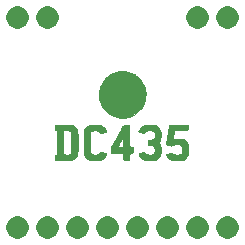
<source format=gbr>
G04 #@! TF.GenerationSoftware,KiCad,Pcbnew,(5.1.2-1)-1*
G04 #@! TF.CreationDate,2019-09-06T23:38:15-06:00*
G04 #@! TF.ProjectId,DC435,44433433-352e-46b6-9963-61645f706362,rev?*
G04 #@! TF.SameCoordinates,Original*
G04 #@! TF.FileFunction,Soldermask,Top*
G04 #@! TF.FilePolarity,Negative*
%FSLAX46Y46*%
G04 Gerber Fmt 4.6, Leading zero omitted, Abs format (unit mm)*
G04 Created by KiCad (PCBNEW (5.1.2-1)-1) date 2019-09-06 23:38:15*
%MOMM*%
%LPD*%
G04 APERTURE LIST*
%ADD10C,0.010000*%
%ADD11C,0.100000*%
G04 APERTURE END LIST*
D10*
G36*
X150165907Y-83464826D02*
G01*
X150415624Y-83516693D01*
X150668664Y-83604156D01*
X150911187Y-83718989D01*
X150952370Y-83744390D01*
X151010305Y-83784572D01*
X151078136Y-83834234D01*
X151149004Y-83888080D01*
X151216052Y-83940811D01*
X151272424Y-83987127D01*
X151311261Y-84021732D01*
X151325707Y-84039279D01*
X151337782Y-84058890D01*
X151368884Y-84097423D01*
X151404458Y-84137836D01*
X151470157Y-84212145D01*
X151521951Y-84277223D01*
X151567478Y-84344250D01*
X151614370Y-84424406D01*
X151666263Y-84521232D01*
X151762209Y-84724290D01*
X151831238Y-84914862D01*
X151871637Y-85088082D01*
X151875539Y-85115496D01*
X151880362Y-85179250D01*
X151882931Y-85270908D01*
X151883159Y-85380097D01*
X151880956Y-85496444D01*
X151879211Y-85546817D01*
X151869870Y-85708395D01*
X151854125Y-85843441D01*
X151828991Y-85963614D01*
X151791479Y-86080568D01*
X151738604Y-86205959D01*
X151678775Y-86329020D01*
X151629726Y-86423934D01*
X151587292Y-86499120D01*
X151544517Y-86564621D01*
X151494443Y-86630478D01*
X151430113Y-86706735D01*
X151369427Y-86775556D01*
X151185637Y-86953880D01*
X150974128Y-87106734D01*
X150734317Y-87234469D01*
X150465619Y-87337430D01*
X150386116Y-87361583D01*
X150311425Y-87380199D01*
X150231512Y-87393395D01*
X150136765Y-87402240D01*
X150017568Y-87407802D01*
X149954795Y-87409486D01*
X149837348Y-87411467D01*
X149748107Y-87410721D01*
X149676985Y-87406363D01*
X149613891Y-87397511D01*
X149548738Y-87383278D01*
X149494719Y-87369157D01*
X149244771Y-87291261D01*
X149027082Y-87201186D01*
X148836798Y-87096375D01*
X148669066Y-86974273D01*
X148564462Y-86879119D01*
X148381391Y-86676379D01*
X148231290Y-86462244D01*
X148111135Y-86231216D01*
X148017899Y-85977794D01*
X147970607Y-85799793D01*
X147939593Y-85595524D01*
X147934940Y-85375847D01*
X147955603Y-85152164D01*
X148000536Y-84935878D01*
X148067797Y-84740474D01*
X148167679Y-84527234D01*
X148268914Y-84350639D01*
X148372488Y-84208995D01*
X148387663Y-84191366D01*
X148439520Y-84131182D01*
X148480073Y-84081730D01*
X148503714Y-84049977D01*
X148507474Y-84042562D01*
X148521558Y-84026266D01*
X148559806Y-83991563D01*
X148616213Y-83943709D01*
X148678093Y-83893295D01*
X148893571Y-83743347D01*
X149127951Y-83621571D01*
X149374889Y-83530249D01*
X149628042Y-83471663D01*
X149881065Y-83448097D01*
X149916455Y-83447722D01*
X150165907Y-83464826D01*
X150165907Y-83464826D01*
G37*
X150165907Y-83464826D02*
X150415624Y-83516693D01*
X150668664Y-83604156D01*
X150911187Y-83718989D01*
X150952370Y-83744390D01*
X151010305Y-83784572D01*
X151078136Y-83834234D01*
X151149004Y-83888080D01*
X151216052Y-83940811D01*
X151272424Y-83987127D01*
X151311261Y-84021732D01*
X151325707Y-84039279D01*
X151337782Y-84058890D01*
X151368884Y-84097423D01*
X151404458Y-84137836D01*
X151470157Y-84212145D01*
X151521951Y-84277223D01*
X151567478Y-84344250D01*
X151614370Y-84424406D01*
X151666263Y-84521232D01*
X151762209Y-84724290D01*
X151831238Y-84914862D01*
X151871637Y-85088082D01*
X151875539Y-85115496D01*
X151880362Y-85179250D01*
X151882931Y-85270908D01*
X151883159Y-85380097D01*
X151880956Y-85496444D01*
X151879211Y-85546817D01*
X151869870Y-85708395D01*
X151854125Y-85843441D01*
X151828991Y-85963614D01*
X151791479Y-86080568D01*
X151738604Y-86205959D01*
X151678775Y-86329020D01*
X151629726Y-86423934D01*
X151587292Y-86499120D01*
X151544517Y-86564621D01*
X151494443Y-86630478D01*
X151430113Y-86706735D01*
X151369427Y-86775556D01*
X151185637Y-86953880D01*
X150974128Y-87106734D01*
X150734317Y-87234469D01*
X150465619Y-87337430D01*
X150386116Y-87361583D01*
X150311425Y-87380199D01*
X150231512Y-87393395D01*
X150136765Y-87402240D01*
X150017568Y-87407802D01*
X149954795Y-87409486D01*
X149837348Y-87411467D01*
X149748107Y-87410721D01*
X149676985Y-87406363D01*
X149613891Y-87397511D01*
X149548738Y-87383278D01*
X149494719Y-87369157D01*
X149244771Y-87291261D01*
X149027082Y-87201186D01*
X148836798Y-87096375D01*
X148669066Y-86974273D01*
X148564462Y-86879119D01*
X148381391Y-86676379D01*
X148231290Y-86462244D01*
X148111135Y-86231216D01*
X148017899Y-85977794D01*
X147970607Y-85799793D01*
X147939593Y-85595524D01*
X147934940Y-85375847D01*
X147955603Y-85152164D01*
X148000536Y-84935878D01*
X148067797Y-84740474D01*
X148167679Y-84527234D01*
X148268914Y-84350639D01*
X148372488Y-84208995D01*
X148387663Y-84191366D01*
X148439520Y-84131182D01*
X148480073Y-84081730D01*
X148503714Y-84049977D01*
X148507474Y-84042562D01*
X148521558Y-84026266D01*
X148559806Y-83991563D01*
X148616213Y-83943709D01*
X148678093Y-83893295D01*
X148893571Y-83743347D01*
X149127951Y-83621571D01*
X149374889Y-83530249D01*
X149628042Y-83471663D01*
X149881065Y-83448097D01*
X149916455Y-83447722D01*
X150165907Y-83464826D01*
G36*
X154617633Y-87990942D02*
G01*
X154671489Y-87990968D01*
X154862781Y-87991102D01*
X155019232Y-87991598D01*
X155144340Y-87992595D01*
X155241604Y-87994230D01*
X155314520Y-87996644D01*
X155366587Y-87999974D01*
X155401303Y-88004361D01*
X155422165Y-88009942D01*
X155432673Y-88016857D01*
X155435310Y-88021290D01*
X155442782Y-88060955D01*
X155446807Y-88124718D01*
X155447660Y-88202325D01*
X155445614Y-88283527D01*
X155440943Y-88358072D01*
X155433920Y-88415708D01*
X155424818Y-88446184D01*
X155423942Y-88447209D01*
X155404367Y-88454689D01*
X155360447Y-88460555D01*
X155289409Y-88464923D01*
X155188478Y-88467911D01*
X155054883Y-88469635D01*
X154885849Y-88470212D01*
X154878044Y-88470213D01*
X154355150Y-88470213D01*
X154323497Y-88518522D01*
X154298703Y-88572675D01*
X154275029Y-88652028D01*
X154255442Y-88743481D01*
X154242904Y-88833940D01*
X154239921Y-88887772D01*
X154232234Y-88959422D01*
X154214212Y-89029105D01*
X154210493Y-89038679D01*
X154190656Y-89086638D01*
X154184439Y-89112290D01*
X154192012Y-89129232D01*
X154211862Y-89149372D01*
X154228601Y-89160442D01*
X154256991Y-89168510D01*
X154302442Y-89174013D01*
X154370364Y-89177387D01*
X154466166Y-89179068D01*
X154585294Y-89179496D01*
X154709095Y-89179758D01*
X154801878Y-89181084D01*
X154870966Y-89184289D01*
X154923680Y-89190184D01*
X154967341Y-89199582D01*
X155009271Y-89213297D01*
X155055771Y-89231721D01*
X155198861Y-89308049D01*
X155312280Y-89408006D01*
X155397331Y-89533153D01*
X155455315Y-89685047D01*
X155464364Y-89721318D01*
X155475323Y-89795292D01*
X155482316Y-89897108D01*
X155485464Y-90016620D01*
X155484887Y-90143678D01*
X155480704Y-90268134D01*
X155473036Y-90379840D01*
X155462003Y-90468647D01*
X155455141Y-90501763D01*
X155400508Y-90647062D01*
X155316707Y-90768575D01*
X155202845Y-90867187D01*
X155058029Y-90943782D01*
X154981088Y-90971766D01*
X154921451Y-90989877D01*
X154867752Y-91002747D01*
X154811532Y-91011220D01*
X154744333Y-91016138D01*
X154657699Y-91018345D01*
X154543172Y-91018683D01*
X154511428Y-91018583D01*
X154386547Y-91017482D01*
X154291966Y-91014741D01*
X154219654Y-91009582D01*
X154161581Y-91001225D01*
X154109717Y-90988892D01*
X154066719Y-90975445D01*
X153929273Y-90919846D01*
X153822777Y-90854725D01*
X153746966Y-90783777D01*
X153705562Y-90727719D01*
X153666509Y-90660500D01*
X153634674Y-90592584D01*
X153614930Y-90534435D01*
X153612145Y-90496515D01*
X153612618Y-90495124D01*
X153637354Y-90473433D01*
X153684400Y-90456636D01*
X153696693Y-90454280D01*
X153766844Y-90437617D01*
X153835014Y-90413649D01*
X153836426Y-90413029D01*
X153897037Y-90393068D01*
X153971594Y-90377324D01*
X154001396Y-90373359D01*
X154062700Y-90369557D01*
X154098823Y-90376109D01*
X154122170Y-90395796D01*
X154126256Y-90401352D01*
X154160118Y-90436250D01*
X154209546Y-90473684D01*
X154220078Y-90480356D01*
X154252895Y-90497784D01*
X154289031Y-90509465D01*
X154336766Y-90516495D01*
X154404378Y-90519972D01*
X154500147Y-90520993D01*
X154526795Y-90520996D01*
X154630141Y-90520180D01*
X154703759Y-90517189D01*
X154756248Y-90510840D01*
X154796206Y-90499951D01*
X154832233Y-90483338D01*
X154842733Y-90477530D01*
X154895432Y-90440284D01*
X154935278Y-90399197D01*
X154943092Y-90386788D01*
X154952840Y-90347709D01*
X154960223Y-90279887D01*
X154965129Y-90192852D01*
X154967448Y-90096136D01*
X154967067Y-89999269D01*
X154963876Y-89911781D01*
X154957764Y-89843203D01*
X154949862Y-89806016D01*
X154922637Y-89764251D01*
X154878252Y-89721141D01*
X154868390Y-89713712D01*
X154841607Y-89696155D01*
X154813936Y-89683818D01*
X154778292Y-89675784D01*
X154727589Y-89671138D01*
X154654742Y-89668963D01*
X154552663Y-89668345D01*
X154517210Y-89668326D01*
X154406407Y-89668544D01*
X154326829Y-89669897D01*
X154271363Y-89673438D01*
X154232896Y-89680220D01*
X154204313Y-89691293D01*
X154178500Y-89707712D01*
X154160759Y-89721043D01*
X154112335Y-89753248D01*
X154072040Y-89771898D01*
X154061666Y-89773760D01*
X154018393Y-89767962D01*
X153950335Y-89752610D01*
X153868912Y-89730765D01*
X153785544Y-89705491D01*
X153712078Y-89680012D01*
X153654950Y-89655596D01*
X153625007Y-89632258D01*
X153612508Y-89600757D01*
X153610162Y-89583316D01*
X153612592Y-89528035D01*
X153625836Y-89459639D01*
X153633683Y-89432694D01*
X153650067Y-89369479D01*
X153666410Y-89284625D01*
X153679589Y-89194710D01*
X153681359Y-89179496D01*
X153694061Y-89083461D01*
X153710600Y-88982890D01*
X153727588Y-88898214D01*
X153729052Y-88891949D01*
X153745149Y-88811088D01*
X153756259Y-88730401D01*
X153759537Y-88681081D01*
X153766153Y-88608497D01*
X153781763Y-88527623D01*
X153789556Y-88498968D01*
X153805348Y-88433782D01*
X153821125Y-88346770D01*
X153834001Y-88254338D01*
X153836342Y-88233128D01*
X153841571Y-88174012D01*
X153846138Y-88125324D01*
X153853509Y-88086058D01*
X153867148Y-88055211D01*
X153890520Y-88031777D01*
X153927088Y-88014752D01*
X153980318Y-88003132D01*
X154053672Y-87995912D01*
X154150617Y-87992087D01*
X154274616Y-87990654D01*
X154429133Y-87990607D01*
X154617633Y-87990942D01*
X154617633Y-87990942D01*
G37*
X154617633Y-87990942D02*
X154671489Y-87990968D01*
X154862781Y-87991102D01*
X155019232Y-87991598D01*
X155144340Y-87992595D01*
X155241604Y-87994230D01*
X155314520Y-87996644D01*
X155366587Y-87999974D01*
X155401303Y-88004361D01*
X155422165Y-88009942D01*
X155432673Y-88016857D01*
X155435310Y-88021290D01*
X155442782Y-88060955D01*
X155446807Y-88124718D01*
X155447660Y-88202325D01*
X155445614Y-88283527D01*
X155440943Y-88358072D01*
X155433920Y-88415708D01*
X155424818Y-88446184D01*
X155423942Y-88447209D01*
X155404367Y-88454689D01*
X155360447Y-88460555D01*
X155289409Y-88464923D01*
X155188478Y-88467911D01*
X155054883Y-88469635D01*
X154885849Y-88470212D01*
X154878044Y-88470213D01*
X154355150Y-88470213D01*
X154323497Y-88518522D01*
X154298703Y-88572675D01*
X154275029Y-88652028D01*
X154255442Y-88743481D01*
X154242904Y-88833940D01*
X154239921Y-88887772D01*
X154232234Y-88959422D01*
X154214212Y-89029105D01*
X154210493Y-89038679D01*
X154190656Y-89086638D01*
X154184439Y-89112290D01*
X154192012Y-89129232D01*
X154211862Y-89149372D01*
X154228601Y-89160442D01*
X154256991Y-89168510D01*
X154302442Y-89174013D01*
X154370364Y-89177387D01*
X154466166Y-89179068D01*
X154585294Y-89179496D01*
X154709095Y-89179758D01*
X154801878Y-89181084D01*
X154870966Y-89184289D01*
X154923680Y-89190184D01*
X154967341Y-89199582D01*
X155009271Y-89213297D01*
X155055771Y-89231721D01*
X155198861Y-89308049D01*
X155312280Y-89408006D01*
X155397331Y-89533153D01*
X155455315Y-89685047D01*
X155464364Y-89721318D01*
X155475323Y-89795292D01*
X155482316Y-89897108D01*
X155485464Y-90016620D01*
X155484887Y-90143678D01*
X155480704Y-90268134D01*
X155473036Y-90379840D01*
X155462003Y-90468647D01*
X155455141Y-90501763D01*
X155400508Y-90647062D01*
X155316707Y-90768575D01*
X155202845Y-90867187D01*
X155058029Y-90943782D01*
X154981088Y-90971766D01*
X154921451Y-90989877D01*
X154867752Y-91002747D01*
X154811532Y-91011220D01*
X154744333Y-91016138D01*
X154657699Y-91018345D01*
X154543172Y-91018683D01*
X154511428Y-91018583D01*
X154386547Y-91017482D01*
X154291966Y-91014741D01*
X154219654Y-91009582D01*
X154161581Y-91001225D01*
X154109717Y-90988892D01*
X154066719Y-90975445D01*
X153929273Y-90919846D01*
X153822777Y-90854725D01*
X153746966Y-90783777D01*
X153705562Y-90727719D01*
X153666509Y-90660500D01*
X153634674Y-90592584D01*
X153614930Y-90534435D01*
X153612145Y-90496515D01*
X153612618Y-90495124D01*
X153637354Y-90473433D01*
X153684400Y-90456636D01*
X153696693Y-90454280D01*
X153766844Y-90437617D01*
X153835014Y-90413649D01*
X153836426Y-90413029D01*
X153897037Y-90393068D01*
X153971594Y-90377324D01*
X154001396Y-90373359D01*
X154062700Y-90369557D01*
X154098823Y-90376109D01*
X154122170Y-90395796D01*
X154126256Y-90401352D01*
X154160118Y-90436250D01*
X154209546Y-90473684D01*
X154220078Y-90480356D01*
X154252895Y-90497784D01*
X154289031Y-90509465D01*
X154336766Y-90516495D01*
X154404378Y-90519972D01*
X154500147Y-90520993D01*
X154526795Y-90520996D01*
X154630141Y-90520180D01*
X154703759Y-90517189D01*
X154756248Y-90510840D01*
X154796206Y-90499951D01*
X154832233Y-90483338D01*
X154842733Y-90477530D01*
X154895432Y-90440284D01*
X154935278Y-90399197D01*
X154943092Y-90386788D01*
X154952840Y-90347709D01*
X154960223Y-90279887D01*
X154965129Y-90192852D01*
X154967448Y-90096136D01*
X154967067Y-89999269D01*
X154963876Y-89911781D01*
X154957764Y-89843203D01*
X154949862Y-89806016D01*
X154922637Y-89764251D01*
X154878252Y-89721141D01*
X154868390Y-89713712D01*
X154841607Y-89696155D01*
X154813936Y-89683818D01*
X154778292Y-89675784D01*
X154727589Y-89671138D01*
X154654742Y-89668963D01*
X154552663Y-89668345D01*
X154517210Y-89668326D01*
X154406407Y-89668544D01*
X154326829Y-89669897D01*
X154271363Y-89673438D01*
X154232896Y-89680220D01*
X154204313Y-89691293D01*
X154178500Y-89707712D01*
X154160759Y-89721043D01*
X154112335Y-89753248D01*
X154072040Y-89771898D01*
X154061666Y-89773760D01*
X154018393Y-89767962D01*
X153950335Y-89752610D01*
X153868912Y-89730765D01*
X153785544Y-89705491D01*
X153712078Y-89680012D01*
X153654950Y-89655596D01*
X153625007Y-89632258D01*
X153612508Y-89600757D01*
X153610162Y-89583316D01*
X153612592Y-89528035D01*
X153625836Y-89459639D01*
X153633683Y-89432694D01*
X153650067Y-89369479D01*
X153666410Y-89284625D01*
X153679589Y-89194710D01*
X153681359Y-89179496D01*
X153694061Y-89083461D01*
X153710600Y-88982890D01*
X153727588Y-88898214D01*
X153729052Y-88891949D01*
X153745149Y-88811088D01*
X153756259Y-88730401D01*
X153759537Y-88681081D01*
X153766153Y-88608497D01*
X153781763Y-88527623D01*
X153789556Y-88498968D01*
X153805348Y-88433782D01*
X153821125Y-88346770D01*
X153834001Y-88254338D01*
X153836342Y-88233128D01*
X153841571Y-88174012D01*
X153846138Y-88125324D01*
X153853509Y-88086058D01*
X153867148Y-88055211D01*
X153890520Y-88031777D01*
X153927088Y-88014752D01*
X153980318Y-88003132D01*
X154053672Y-87995912D01*
X154150617Y-87992087D01*
X154274616Y-87990654D01*
X154429133Y-87990607D01*
X154617633Y-87990942D01*
G36*
X152423225Y-87996061D02*
G01*
X152580794Y-88012740D01*
X152711608Y-88043103D01*
X152820866Y-88089250D01*
X152913763Y-88153278D01*
X152995496Y-88237287D01*
X153058945Y-88324250D01*
X153105612Y-88412256D01*
X153137960Y-88515079D01*
X153156959Y-88638511D01*
X153163578Y-88788343D01*
X153160594Y-88931515D01*
X153153613Y-89059423D01*
X153143446Y-89156908D01*
X153127889Y-89231872D01*
X153104743Y-89292220D01*
X153071805Y-89345856D01*
X153031323Y-89395657D01*
X152990503Y-89445651D01*
X152962764Y-89486549D01*
X152954870Y-89505787D01*
X152967551Y-89531279D01*
X153000228Y-89572409D01*
X153031165Y-89605358D01*
X153079262Y-89662209D01*
X153117365Y-89722644D01*
X153129897Y-89751669D01*
X153142685Y-89813925D01*
X153152295Y-89904830D01*
X153158613Y-90014813D01*
X153161525Y-90134307D01*
X153160916Y-90253743D01*
X153156673Y-90363550D01*
X153148681Y-90454162D01*
X153138936Y-90508633D01*
X153082796Y-90648776D01*
X152994741Y-90771998D01*
X152879016Y-90874125D01*
X152739866Y-90950984D01*
X152660182Y-90979424D01*
X152601155Y-90995247D01*
X152542761Y-91006355D01*
X152476526Y-91013482D01*
X152393979Y-91017361D01*
X152286647Y-91018725D01*
X152207248Y-91018644D01*
X152083350Y-91017515D01*
X151989670Y-91014735D01*
X151918097Y-91009500D01*
X151860517Y-91001007D01*
X151808820Y-90988453D01*
X151766342Y-90974979D01*
X151629174Y-90918400D01*
X151521090Y-90848767D01*
X151433213Y-90758385D01*
X151356663Y-90639558D01*
X151337741Y-90603492D01*
X151300208Y-90518919D01*
X151288572Y-90458946D01*
X151304510Y-90418450D01*
X151349700Y-90392312D01*
X151411701Y-90377669D01*
X151473892Y-90364016D01*
X151551026Y-90342911D01*
X151599402Y-90327780D01*
X151677199Y-90306579D01*
X151732491Y-90306628D01*
X151776433Y-90330823D01*
X151820181Y-90382062D01*
X151822861Y-90385804D01*
X151866996Y-90439657D01*
X151915138Y-90477457D01*
X151974940Y-90501816D01*
X152054054Y-90515346D01*
X152160134Y-90520661D01*
X152219095Y-90521067D01*
X152320062Y-90520118D01*
X152391683Y-90516740D01*
X152442936Y-90509648D01*
X152482799Y-90497558D01*
X152520247Y-90479184D01*
X152523186Y-90477530D01*
X152573533Y-90444472D01*
X152608379Y-90407114D01*
X152630468Y-90357907D01*
X152642541Y-90289306D01*
X152647342Y-90193764D01*
X152647871Y-90134442D01*
X152646544Y-90024371D01*
X152640758Y-89944894D01*
X152628338Y-89888336D01*
X152607107Y-89847019D01*
X152574887Y-89813267D01*
X152551667Y-89795127D01*
X152515879Y-89772970D01*
X152474082Y-89757854D01*
X152416672Y-89747619D01*
X152334045Y-89740111D01*
X152295569Y-89737617D01*
X152101814Y-89725836D01*
X152101814Y-89265760D01*
X152303978Y-89256175D01*
X152397519Y-89250815D01*
X152461877Y-89243938D01*
X152506204Y-89233533D01*
X152539653Y-89217590D01*
X152565766Y-89198666D01*
X152598223Y-89170202D01*
X152620761Y-89140970D01*
X152635189Y-89103537D01*
X152643313Y-89050471D01*
X152646941Y-88974337D01*
X152647882Y-88867704D01*
X152647892Y-88860987D01*
X152647156Y-88764426D01*
X152643853Y-88697854D01*
X152636761Y-88652944D01*
X152624657Y-88621367D01*
X152609377Y-88598616D01*
X152547327Y-88546904D01*
X152457313Y-88507483D01*
X152348143Y-88481795D01*
X152228628Y-88471286D01*
X152107575Y-88477401D01*
X152002107Y-88499043D01*
X151927390Y-88529642D01*
X151866869Y-88577482D01*
X151834401Y-88614062D01*
X151783206Y-88667780D01*
X151733521Y-88695275D01*
X151675531Y-88698231D01*
X151599420Y-88678333D01*
X151555474Y-88661911D01*
X151487193Y-88639623D01*
X151422239Y-88625795D01*
X151395655Y-88623572D01*
X151330714Y-88611747D01*
X151294122Y-88577860D01*
X151287097Y-88545026D01*
X151299910Y-88488429D01*
X151334495Y-88414492D01*
X151385068Y-88332533D01*
X151445846Y-88251871D01*
X151511045Y-88181823D01*
X151514567Y-88178534D01*
X151588549Y-88117328D01*
X151665918Y-88070322D01*
X151752900Y-88035892D01*
X151855722Y-88012414D01*
X151980611Y-87998264D01*
X152133793Y-87991818D01*
X152233706Y-87990968D01*
X152423225Y-87996061D01*
X152423225Y-87996061D01*
G37*
X152423225Y-87996061D02*
X152580794Y-88012740D01*
X152711608Y-88043103D01*
X152820866Y-88089250D01*
X152913763Y-88153278D01*
X152995496Y-88237287D01*
X153058945Y-88324250D01*
X153105612Y-88412256D01*
X153137960Y-88515079D01*
X153156959Y-88638511D01*
X153163578Y-88788343D01*
X153160594Y-88931515D01*
X153153613Y-89059423D01*
X153143446Y-89156908D01*
X153127889Y-89231872D01*
X153104743Y-89292220D01*
X153071805Y-89345856D01*
X153031323Y-89395657D01*
X152990503Y-89445651D01*
X152962764Y-89486549D01*
X152954870Y-89505787D01*
X152967551Y-89531279D01*
X153000228Y-89572409D01*
X153031165Y-89605358D01*
X153079262Y-89662209D01*
X153117365Y-89722644D01*
X153129897Y-89751669D01*
X153142685Y-89813925D01*
X153152295Y-89904830D01*
X153158613Y-90014813D01*
X153161525Y-90134307D01*
X153160916Y-90253743D01*
X153156673Y-90363550D01*
X153148681Y-90454162D01*
X153138936Y-90508633D01*
X153082796Y-90648776D01*
X152994741Y-90771998D01*
X152879016Y-90874125D01*
X152739866Y-90950984D01*
X152660182Y-90979424D01*
X152601155Y-90995247D01*
X152542761Y-91006355D01*
X152476526Y-91013482D01*
X152393979Y-91017361D01*
X152286647Y-91018725D01*
X152207248Y-91018644D01*
X152083350Y-91017515D01*
X151989670Y-91014735D01*
X151918097Y-91009500D01*
X151860517Y-91001007D01*
X151808820Y-90988453D01*
X151766342Y-90974979D01*
X151629174Y-90918400D01*
X151521090Y-90848767D01*
X151433213Y-90758385D01*
X151356663Y-90639558D01*
X151337741Y-90603492D01*
X151300208Y-90518919D01*
X151288572Y-90458946D01*
X151304510Y-90418450D01*
X151349700Y-90392312D01*
X151411701Y-90377669D01*
X151473892Y-90364016D01*
X151551026Y-90342911D01*
X151599402Y-90327780D01*
X151677199Y-90306579D01*
X151732491Y-90306628D01*
X151776433Y-90330823D01*
X151820181Y-90382062D01*
X151822861Y-90385804D01*
X151866996Y-90439657D01*
X151915138Y-90477457D01*
X151974940Y-90501816D01*
X152054054Y-90515346D01*
X152160134Y-90520661D01*
X152219095Y-90521067D01*
X152320062Y-90520118D01*
X152391683Y-90516740D01*
X152442936Y-90509648D01*
X152482799Y-90497558D01*
X152520247Y-90479184D01*
X152523186Y-90477530D01*
X152573533Y-90444472D01*
X152608379Y-90407114D01*
X152630468Y-90357907D01*
X152642541Y-90289306D01*
X152647342Y-90193764D01*
X152647871Y-90134442D01*
X152646544Y-90024371D01*
X152640758Y-89944894D01*
X152628338Y-89888336D01*
X152607107Y-89847019D01*
X152574887Y-89813267D01*
X152551667Y-89795127D01*
X152515879Y-89772970D01*
X152474082Y-89757854D01*
X152416672Y-89747619D01*
X152334045Y-89740111D01*
X152295569Y-89737617D01*
X152101814Y-89725836D01*
X152101814Y-89265760D01*
X152303978Y-89256175D01*
X152397519Y-89250815D01*
X152461877Y-89243938D01*
X152506204Y-89233533D01*
X152539653Y-89217590D01*
X152565766Y-89198666D01*
X152598223Y-89170202D01*
X152620761Y-89140970D01*
X152635189Y-89103537D01*
X152643313Y-89050471D01*
X152646941Y-88974337D01*
X152647882Y-88867704D01*
X152647892Y-88860987D01*
X152647156Y-88764426D01*
X152643853Y-88697854D01*
X152636761Y-88652944D01*
X152624657Y-88621367D01*
X152609377Y-88598616D01*
X152547327Y-88546904D01*
X152457313Y-88507483D01*
X152348143Y-88481795D01*
X152228628Y-88471286D01*
X152107575Y-88477401D01*
X152002107Y-88499043D01*
X151927390Y-88529642D01*
X151866869Y-88577482D01*
X151834401Y-88614062D01*
X151783206Y-88667780D01*
X151733521Y-88695275D01*
X151675531Y-88698231D01*
X151599420Y-88678333D01*
X151555474Y-88661911D01*
X151487193Y-88639623D01*
X151422239Y-88625795D01*
X151395655Y-88623572D01*
X151330714Y-88611747D01*
X151294122Y-88577860D01*
X151287097Y-88545026D01*
X151299910Y-88488429D01*
X151334495Y-88414492D01*
X151385068Y-88332533D01*
X151445846Y-88251871D01*
X151511045Y-88181823D01*
X151514567Y-88178534D01*
X151588549Y-88117328D01*
X151665918Y-88070322D01*
X151752900Y-88035892D01*
X151855722Y-88012414D01*
X151980611Y-87998264D01*
X152133793Y-87991818D01*
X152233706Y-87990968D01*
X152423225Y-87996061D01*
G36*
X150359530Y-87992458D02*
G01*
X150437704Y-87996587D01*
X150490406Y-88002840D01*
X150510669Y-88010056D01*
X150513034Y-88032566D01*
X150515173Y-88089542D01*
X150517043Y-88177112D01*
X150518601Y-88291402D01*
X150519803Y-88428541D01*
X150520605Y-88584655D01*
X150520964Y-88755872D01*
X150520873Y-88920109D01*
X150520545Y-89128047D01*
X150520462Y-89301036D01*
X150520760Y-89442467D01*
X150521574Y-89555732D01*
X150523041Y-89644221D01*
X150525297Y-89711324D01*
X150528477Y-89760433D01*
X150532718Y-89794939D01*
X150538154Y-89818233D01*
X150544922Y-89833705D01*
X150553159Y-89844746D01*
X150558131Y-89849927D01*
X150599894Y-89876875D01*
X150661309Y-89887971D01*
X150692158Y-89888779D01*
X150754839Y-89892450D01*
X150790601Y-89905811D01*
X150807177Y-89925858D01*
X150817431Y-89964411D01*
X150823963Y-90027669D01*
X150826853Y-90105085D01*
X150826181Y-90186115D01*
X150822026Y-90260212D01*
X150814467Y-90316832D01*
X150804018Y-90345021D01*
X150772703Y-90358183D01*
X150717999Y-90366508D01*
X150680783Y-90368024D01*
X150621987Y-90369695D01*
X150579454Y-90378244D01*
X150550637Y-90398976D01*
X150532985Y-90437195D01*
X150523952Y-90498206D01*
X150520989Y-90587315D01*
X150521444Y-90699709D01*
X150522044Y-90808068D01*
X150520841Y-90884487D01*
X150517150Y-90935350D01*
X150510285Y-90967041D01*
X150499564Y-90985944D01*
X150489815Y-90994682D01*
X150450777Y-91008260D01*
X150377111Y-91016561D01*
X150267232Y-91019750D01*
X150248938Y-91019798D01*
X150156922Y-91019220D01*
X150095781Y-91016610D01*
X150058059Y-91010658D01*
X150036297Y-91000051D01*
X150023038Y-90983476D01*
X150020942Y-90979688D01*
X150011440Y-90939709D01*
X150005871Y-90864228D01*
X150004366Y-90755894D01*
X150005563Y-90672070D01*
X150007391Y-90562152D01*
X150006740Y-90484657D01*
X150003152Y-90433719D01*
X149996168Y-90403474D01*
X149985329Y-90388058D01*
X149983222Y-90386586D01*
X149956821Y-90381641D01*
X149897440Y-90377206D01*
X149810436Y-90373469D01*
X149701165Y-90370618D01*
X149574986Y-90368841D01*
X149463223Y-90368318D01*
X149311478Y-90367987D01*
X149193738Y-90367022D01*
X149105670Y-90365160D01*
X149042941Y-90362136D01*
X149001219Y-90357687D01*
X148976172Y-90351550D01*
X148963465Y-90343461D01*
X148960016Y-90337702D01*
X148953503Y-90299821D01*
X148949684Y-90234347D01*
X148948389Y-90151652D01*
X148949449Y-90062106D01*
X148952696Y-89976081D01*
X148957961Y-89903947D01*
X148965075Y-89856076D01*
X148968005Y-89846895D01*
X148990554Y-89801738D01*
X148994039Y-89795461D01*
X149547552Y-89795461D01*
X149550317Y-89844536D01*
X149565648Y-89865775D01*
X149597118Y-89878048D01*
X149655505Y-89885978D01*
X149730202Y-89889663D01*
X149810603Y-89889200D01*
X149886100Y-89884687D01*
X149946088Y-89876222D01*
X149979959Y-89863902D01*
X149981954Y-89861947D01*
X149991469Y-89830479D01*
X149999302Y-89761539D01*
X150005391Y-89655961D01*
X150009676Y-89514577D01*
X150010457Y-89473758D01*
X150011909Y-89317795D01*
X150009807Y-89198550D01*
X150003513Y-89114511D01*
X149992392Y-89064168D01*
X149975805Y-89046010D01*
X149953115Y-89058525D01*
X149923685Y-89100203D01*
X149886877Y-89169533D01*
X149884340Y-89174704D01*
X149846221Y-89249860D01*
X149796987Y-89343043D01*
X149744713Y-89439086D01*
X149720195Y-89483023D01*
X149678897Y-89557334D01*
X149645693Y-89619092D01*
X149624523Y-89660841D01*
X149618897Y-89674721D01*
X149607897Y-89697319D01*
X149581925Y-89734213D01*
X149580984Y-89735421D01*
X149547552Y-89795461D01*
X148994039Y-89795461D01*
X149022019Y-89745065D01*
X149030307Y-89730970D01*
X149056331Y-89686513D01*
X149096492Y-89616940D01*
X149146076Y-89530515D01*
X149200366Y-89435506D01*
X149254647Y-89340178D01*
X149304204Y-89252800D01*
X149344320Y-89181635D01*
X149369766Y-89135893D01*
X149392311Y-89095397D01*
X149428537Y-89031131D01*
X149474944Y-88949232D01*
X149528030Y-88855839D01*
X149584293Y-88757087D01*
X149640231Y-88659116D01*
X149692343Y-88568063D01*
X149737127Y-88490064D01*
X149771081Y-88431258D01*
X149790704Y-88397783D01*
X149793313Y-88393534D01*
X149815856Y-88354418D01*
X149835385Y-88316855D01*
X149856274Y-88278092D01*
X149890607Y-88217998D01*
X149931846Y-88147964D01*
X149942643Y-88129949D01*
X150026259Y-87990968D01*
X150262565Y-87990968D01*
X150359530Y-87992458D01*
X150359530Y-87992458D01*
G37*
X150359530Y-87992458D02*
X150437704Y-87996587D01*
X150490406Y-88002840D01*
X150510669Y-88010056D01*
X150513034Y-88032566D01*
X150515173Y-88089542D01*
X150517043Y-88177112D01*
X150518601Y-88291402D01*
X150519803Y-88428541D01*
X150520605Y-88584655D01*
X150520964Y-88755872D01*
X150520873Y-88920109D01*
X150520545Y-89128047D01*
X150520462Y-89301036D01*
X150520760Y-89442467D01*
X150521574Y-89555732D01*
X150523041Y-89644221D01*
X150525297Y-89711324D01*
X150528477Y-89760433D01*
X150532718Y-89794939D01*
X150538154Y-89818233D01*
X150544922Y-89833705D01*
X150553159Y-89844746D01*
X150558131Y-89849927D01*
X150599894Y-89876875D01*
X150661309Y-89887971D01*
X150692158Y-89888779D01*
X150754839Y-89892450D01*
X150790601Y-89905811D01*
X150807177Y-89925858D01*
X150817431Y-89964411D01*
X150823963Y-90027669D01*
X150826853Y-90105085D01*
X150826181Y-90186115D01*
X150822026Y-90260212D01*
X150814467Y-90316832D01*
X150804018Y-90345021D01*
X150772703Y-90358183D01*
X150717999Y-90366508D01*
X150680783Y-90368024D01*
X150621987Y-90369695D01*
X150579454Y-90378244D01*
X150550637Y-90398976D01*
X150532985Y-90437195D01*
X150523952Y-90498206D01*
X150520989Y-90587315D01*
X150521444Y-90699709D01*
X150522044Y-90808068D01*
X150520841Y-90884487D01*
X150517150Y-90935350D01*
X150510285Y-90967041D01*
X150499564Y-90985944D01*
X150489815Y-90994682D01*
X150450777Y-91008260D01*
X150377111Y-91016561D01*
X150267232Y-91019750D01*
X150248938Y-91019798D01*
X150156922Y-91019220D01*
X150095781Y-91016610D01*
X150058059Y-91010658D01*
X150036297Y-91000051D01*
X150023038Y-90983476D01*
X150020942Y-90979688D01*
X150011440Y-90939709D01*
X150005871Y-90864228D01*
X150004366Y-90755894D01*
X150005563Y-90672070D01*
X150007391Y-90562152D01*
X150006740Y-90484657D01*
X150003152Y-90433719D01*
X149996168Y-90403474D01*
X149985329Y-90388058D01*
X149983222Y-90386586D01*
X149956821Y-90381641D01*
X149897440Y-90377206D01*
X149810436Y-90373469D01*
X149701165Y-90370618D01*
X149574986Y-90368841D01*
X149463223Y-90368318D01*
X149311478Y-90367987D01*
X149193738Y-90367022D01*
X149105670Y-90365160D01*
X149042941Y-90362136D01*
X149001219Y-90357687D01*
X148976172Y-90351550D01*
X148963465Y-90343461D01*
X148960016Y-90337702D01*
X148953503Y-90299821D01*
X148949684Y-90234347D01*
X148948389Y-90151652D01*
X148949449Y-90062106D01*
X148952696Y-89976081D01*
X148957961Y-89903947D01*
X148965075Y-89856076D01*
X148968005Y-89846895D01*
X148990554Y-89801738D01*
X148994039Y-89795461D01*
X149547552Y-89795461D01*
X149550317Y-89844536D01*
X149565648Y-89865775D01*
X149597118Y-89878048D01*
X149655505Y-89885978D01*
X149730202Y-89889663D01*
X149810603Y-89889200D01*
X149886100Y-89884687D01*
X149946088Y-89876222D01*
X149979959Y-89863902D01*
X149981954Y-89861947D01*
X149991469Y-89830479D01*
X149999302Y-89761539D01*
X150005391Y-89655961D01*
X150009676Y-89514577D01*
X150010457Y-89473758D01*
X150011909Y-89317795D01*
X150009807Y-89198550D01*
X150003513Y-89114511D01*
X149992392Y-89064168D01*
X149975805Y-89046010D01*
X149953115Y-89058525D01*
X149923685Y-89100203D01*
X149886877Y-89169533D01*
X149884340Y-89174704D01*
X149846221Y-89249860D01*
X149796987Y-89343043D01*
X149744713Y-89439086D01*
X149720195Y-89483023D01*
X149678897Y-89557334D01*
X149645693Y-89619092D01*
X149624523Y-89660841D01*
X149618897Y-89674721D01*
X149607897Y-89697319D01*
X149581925Y-89734213D01*
X149580984Y-89735421D01*
X149547552Y-89795461D01*
X148994039Y-89795461D01*
X149022019Y-89745065D01*
X149030307Y-89730970D01*
X149056331Y-89686513D01*
X149096492Y-89616940D01*
X149146076Y-89530515D01*
X149200366Y-89435506D01*
X149254647Y-89340178D01*
X149304204Y-89252800D01*
X149344320Y-89181635D01*
X149369766Y-89135893D01*
X149392311Y-89095397D01*
X149428537Y-89031131D01*
X149474944Y-88949232D01*
X149528030Y-88855839D01*
X149584293Y-88757087D01*
X149640231Y-88659116D01*
X149692343Y-88568063D01*
X149737127Y-88490064D01*
X149771081Y-88431258D01*
X149790704Y-88397783D01*
X149793313Y-88393534D01*
X149815856Y-88354418D01*
X149835385Y-88316855D01*
X149856274Y-88278092D01*
X149890607Y-88217998D01*
X149931846Y-88147964D01*
X149942643Y-88129949D01*
X150026259Y-87990968D01*
X150262565Y-87990968D01*
X150359530Y-87992458D01*
G36*
X147637567Y-87993785D02*
G01*
X147770878Y-87998846D01*
X147892670Y-88008325D01*
X147993165Y-88022067D01*
X148046904Y-88034532D01*
X148195518Y-88098487D01*
X148320230Y-88192149D01*
X148419851Y-88314342D01*
X148493193Y-88463885D01*
X148500416Y-88484330D01*
X148516578Y-88550540D01*
X148507292Y-88592654D01*
X148468069Y-88617913D01*
X148409251Y-88631313D01*
X148344828Y-88646026D01*
X148287665Y-88666019D01*
X148280217Y-88669555D01*
X148229454Y-88688277D01*
X148162961Y-88704393D01*
X148139352Y-88708386D01*
X148083876Y-88714695D01*
X148050933Y-88708216D01*
X148025196Y-88682195D01*
X148002978Y-88648292D01*
X147964848Y-88592561D01*
X147928368Y-88555786D01*
X147880613Y-88527996D01*
X147810801Y-88500008D01*
X147747077Y-88481418D01*
X147676725Y-88472736D01*
X147586284Y-88472612D01*
X147552009Y-88474104D01*
X147416472Y-88489515D01*
X147312038Y-88521508D01*
X147234425Y-88571911D01*
X147186689Y-88630031D01*
X147176851Y-88647035D01*
X147168761Y-88665664D01*
X147162247Y-88689613D01*
X147157140Y-88722579D01*
X147153268Y-88768259D01*
X147150461Y-88830348D01*
X147148547Y-88912543D01*
X147147357Y-89018540D01*
X147146719Y-89152036D01*
X147146463Y-89316727D01*
X147146418Y-89501757D01*
X147146478Y-89699013D01*
X147146773Y-89861635D01*
X147147468Y-89993329D01*
X147148733Y-90097799D01*
X147150734Y-90178752D01*
X147153639Y-90239892D01*
X147157617Y-90284926D01*
X147162833Y-90317559D01*
X147169457Y-90341496D01*
X147177657Y-90360443D01*
X147185948Y-90375323D01*
X147225194Y-90431463D01*
X147270855Y-90471591D01*
X147329800Y-90498160D01*
X147408900Y-90513623D01*
X147515027Y-90520431D01*
X147595128Y-90521383D01*
X147694367Y-90521003D01*
X147763733Y-90518866D01*
X147811688Y-90513469D01*
X147846697Y-90503315D01*
X147877225Y-90486903D01*
X147907082Y-90466109D01*
X147958652Y-90420062D01*
X147998648Y-90369216D01*
X148008133Y-90351090D01*
X148028770Y-90314447D01*
X148057581Y-90295781D01*
X148101933Y-90294333D01*
X148169193Y-90309344D01*
X148230582Y-90328181D01*
X148304965Y-90350393D01*
X148376342Y-90368743D01*
X148414491Y-90376613D01*
X148474822Y-90391928D01*
X148506425Y-90417620D01*
X148512589Y-90460992D01*
X148496608Y-90529350D01*
X148491073Y-90546575D01*
X148425596Y-90685433D01*
X148328832Y-90804899D01*
X148204487Y-90901248D01*
X148076153Y-90963595D01*
X148030291Y-90979334D01*
X147983983Y-90991010D01*
X147930107Y-90999370D01*
X147861537Y-91005163D01*
X147771149Y-91009134D01*
X147651819Y-91012033D01*
X147606493Y-91012853D01*
X147480907Y-91014804D01*
X147386368Y-91015270D01*
X147315588Y-91013572D01*
X147261283Y-91009031D01*
X147216166Y-91000967D01*
X147172954Y-90988700D01*
X147124359Y-90971551D01*
X147111145Y-90966656D01*
X146975796Y-90898008D01*
X146853421Y-90800792D01*
X146753068Y-90683331D01*
X146697224Y-90585923D01*
X146648002Y-90478410D01*
X146648002Y-88545737D01*
X146697607Y-88426503D01*
X146775540Y-88286172D01*
X146881466Y-88171868D01*
X147014738Y-88084131D01*
X147174712Y-88023497D01*
X147184757Y-88020834D01*
X147266334Y-88006667D01*
X147375515Y-87997540D01*
X147502519Y-87993298D01*
X147637567Y-87993785D01*
X147637567Y-87993785D01*
G37*
X147637567Y-87993785D02*
X147770878Y-87998846D01*
X147892670Y-88008325D01*
X147993165Y-88022067D01*
X148046904Y-88034532D01*
X148195518Y-88098487D01*
X148320230Y-88192149D01*
X148419851Y-88314342D01*
X148493193Y-88463885D01*
X148500416Y-88484330D01*
X148516578Y-88550540D01*
X148507292Y-88592654D01*
X148468069Y-88617913D01*
X148409251Y-88631313D01*
X148344828Y-88646026D01*
X148287665Y-88666019D01*
X148280217Y-88669555D01*
X148229454Y-88688277D01*
X148162961Y-88704393D01*
X148139352Y-88708386D01*
X148083876Y-88714695D01*
X148050933Y-88708216D01*
X148025196Y-88682195D01*
X148002978Y-88648292D01*
X147964848Y-88592561D01*
X147928368Y-88555786D01*
X147880613Y-88527996D01*
X147810801Y-88500008D01*
X147747077Y-88481418D01*
X147676725Y-88472736D01*
X147586284Y-88472612D01*
X147552009Y-88474104D01*
X147416472Y-88489515D01*
X147312038Y-88521508D01*
X147234425Y-88571911D01*
X147186689Y-88630031D01*
X147176851Y-88647035D01*
X147168761Y-88665664D01*
X147162247Y-88689613D01*
X147157140Y-88722579D01*
X147153268Y-88768259D01*
X147150461Y-88830348D01*
X147148547Y-88912543D01*
X147147357Y-89018540D01*
X147146719Y-89152036D01*
X147146463Y-89316727D01*
X147146418Y-89501757D01*
X147146478Y-89699013D01*
X147146773Y-89861635D01*
X147147468Y-89993329D01*
X147148733Y-90097799D01*
X147150734Y-90178752D01*
X147153639Y-90239892D01*
X147157617Y-90284926D01*
X147162833Y-90317559D01*
X147169457Y-90341496D01*
X147177657Y-90360443D01*
X147185948Y-90375323D01*
X147225194Y-90431463D01*
X147270855Y-90471591D01*
X147329800Y-90498160D01*
X147408900Y-90513623D01*
X147515027Y-90520431D01*
X147595128Y-90521383D01*
X147694367Y-90521003D01*
X147763733Y-90518866D01*
X147811688Y-90513469D01*
X147846697Y-90503315D01*
X147877225Y-90486903D01*
X147907082Y-90466109D01*
X147958652Y-90420062D01*
X147998648Y-90369216D01*
X148008133Y-90351090D01*
X148028770Y-90314447D01*
X148057581Y-90295781D01*
X148101933Y-90294333D01*
X148169193Y-90309344D01*
X148230582Y-90328181D01*
X148304965Y-90350393D01*
X148376342Y-90368743D01*
X148414491Y-90376613D01*
X148474822Y-90391928D01*
X148506425Y-90417620D01*
X148512589Y-90460992D01*
X148496608Y-90529350D01*
X148491073Y-90546575D01*
X148425596Y-90685433D01*
X148328832Y-90804899D01*
X148204487Y-90901248D01*
X148076153Y-90963595D01*
X148030291Y-90979334D01*
X147983983Y-90991010D01*
X147930107Y-90999370D01*
X147861537Y-91005163D01*
X147771149Y-91009134D01*
X147651819Y-91012033D01*
X147606493Y-91012853D01*
X147480907Y-91014804D01*
X147386368Y-91015270D01*
X147315588Y-91013572D01*
X147261283Y-91009031D01*
X147216166Y-91000967D01*
X147172954Y-90988700D01*
X147124359Y-90971551D01*
X147111145Y-90966656D01*
X146975796Y-90898008D01*
X146853421Y-90800792D01*
X146753068Y-90683331D01*
X146697224Y-90585923D01*
X146648002Y-90478410D01*
X146648002Y-88545737D01*
X146697607Y-88426503D01*
X146775540Y-88286172D01*
X146881466Y-88171868D01*
X147014738Y-88084131D01*
X147174712Y-88023497D01*
X147184757Y-88020834D01*
X147266334Y-88006667D01*
X147375515Y-87997540D01*
X147502519Y-87993298D01*
X147637567Y-87993785D01*
G36*
X145054850Y-87991044D02*
G01*
X145190730Y-87991481D01*
X145298099Y-87992595D01*
X145381869Y-87994699D01*
X145446955Y-87998110D01*
X145498271Y-88003140D01*
X145540729Y-88010106D01*
X145579245Y-88019321D01*
X145618731Y-88031100D01*
X145645196Y-88039615D01*
X145797592Y-88102757D01*
X145918056Y-88184295D01*
X146009909Y-88287557D01*
X146076474Y-88415872D01*
X146103685Y-88498968D01*
X146110528Y-88543986D01*
X146116437Y-88622484D01*
X146121415Y-88729611D01*
X146125461Y-88860518D01*
X146128577Y-89010356D01*
X146130763Y-89174276D01*
X146132021Y-89347428D01*
X146132351Y-89524963D01*
X146131754Y-89702031D01*
X146130232Y-89873784D01*
X146127785Y-90035372D01*
X146124414Y-90181946D01*
X146120120Y-90308655D01*
X146114904Y-90410652D01*
X146108767Y-90483087D01*
X146103298Y-90516106D01*
X146049365Y-90655177D01*
X145966852Y-90771657D01*
X145854208Y-90866991D01*
X145709881Y-90942626D01*
X145606021Y-90979585D01*
X145566148Y-90991042D01*
X145526551Y-91000093D01*
X145482245Y-91007012D01*
X145428243Y-91012075D01*
X145359560Y-91015556D01*
X145271208Y-91017730D01*
X145158202Y-91018872D01*
X145015555Y-91019257D01*
X144887153Y-91019215D01*
X144711517Y-91018395D01*
X144560989Y-91016367D01*
X144438313Y-91013220D01*
X144346235Y-91009042D01*
X144287498Y-91003922D01*
X144266153Y-90999093D01*
X144250757Y-90984852D01*
X144240835Y-90958814D01*
X144235266Y-90913666D01*
X144232927Y-90842095D01*
X144232606Y-90780592D01*
X144235272Y-90672352D01*
X144244361Y-90597242D01*
X144261514Y-90550351D01*
X144288370Y-90526770D01*
X144319153Y-90521383D01*
X144348869Y-90507014D01*
X144375293Y-90478778D01*
X144382186Y-90465114D01*
X144387946Y-90443372D01*
X144392671Y-90410341D01*
X144396456Y-90362812D01*
X144399399Y-90297573D01*
X144401595Y-90211414D01*
X144403142Y-90101126D01*
X144404136Y-89963497D01*
X144404673Y-89795318D01*
X144404851Y-89593377D01*
X144404849Y-89566403D01*
X144901235Y-89566403D01*
X144901852Y-89735565D01*
X144903104Y-89898430D01*
X144904989Y-90050533D01*
X144907506Y-90187411D01*
X144910654Y-90304601D01*
X144914433Y-90397640D01*
X144918842Y-90462065D01*
X144923878Y-90493412D01*
X144924838Y-90495181D01*
X144945628Y-90507015D01*
X144988261Y-90514977D01*
X145057843Y-90519578D01*
X145159481Y-90521329D01*
X145186389Y-90521383D01*
X145290048Y-90520639D01*
X145363567Y-90517691D01*
X145415130Y-90511468D01*
X145452918Y-90500895D01*
X145485117Y-90484899D01*
X145490773Y-90481471D01*
X145519029Y-90464261D01*
X145542558Y-90448348D01*
X145561791Y-90430266D01*
X145577160Y-90406550D01*
X145589097Y-90373734D01*
X145598034Y-90328353D01*
X145604403Y-90266940D01*
X145608636Y-90186030D01*
X145611165Y-90082158D01*
X145612422Y-89951858D01*
X145612838Y-89791664D01*
X145612847Y-89598112D01*
X145612833Y-89502186D01*
X145612833Y-88644879D01*
X145568715Y-88593589D01*
X145499746Y-88537066D01*
X145403859Y-88498233D01*
X145278198Y-88476264D01*
X145140727Y-88470229D01*
X145042012Y-88471918D01*
X144976081Y-88477451D01*
X144937513Y-88487498D01*
X144924391Y-88496954D01*
X144919254Y-88521955D01*
X144914760Y-88580826D01*
X144910909Y-88669106D01*
X144907699Y-88782330D01*
X144905130Y-88916035D01*
X144903200Y-89065758D01*
X144901908Y-89227036D01*
X144901253Y-89395405D01*
X144901235Y-89566403D01*
X144404849Y-89566403D01*
X144404841Y-89496325D01*
X144404431Y-89301579D01*
X144403370Y-89120947D01*
X144401722Y-88957913D01*
X144399550Y-88815960D01*
X144396919Y-88698573D01*
X144393892Y-88609235D01*
X144390534Y-88551429D01*
X144387080Y-88528870D01*
X144358687Y-88502461D01*
X144312331Y-88474352D01*
X144305902Y-88471225D01*
X144242191Y-88441187D01*
X144236706Y-88242838D01*
X144236146Y-88133372D01*
X144241357Y-88058318D01*
X144252213Y-88019367D01*
X144253431Y-88017729D01*
X144265945Y-88010078D01*
X144291883Y-88003971D01*
X144334940Y-87999251D01*
X144398809Y-87995761D01*
X144487184Y-87993346D01*
X144603760Y-87991849D01*
X144752231Y-87991114D01*
X144885543Y-87990968D01*
X145054850Y-87991044D01*
X145054850Y-87991044D01*
G37*
X145054850Y-87991044D02*
X145190730Y-87991481D01*
X145298099Y-87992595D01*
X145381869Y-87994699D01*
X145446955Y-87998110D01*
X145498271Y-88003140D01*
X145540729Y-88010106D01*
X145579245Y-88019321D01*
X145618731Y-88031100D01*
X145645196Y-88039615D01*
X145797592Y-88102757D01*
X145918056Y-88184295D01*
X146009909Y-88287557D01*
X146076474Y-88415872D01*
X146103685Y-88498968D01*
X146110528Y-88543986D01*
X146116437Y-88622484D01*
X146121415Y-88729611D01*
X146125461Y-88860518D01*
X146128577Y-89010356D01*
X146130763Y-89174276D01*
X146132021Y-89347428D01*
X146132351Y-89524963D01*
X146131754Y-89702031D01*
X146130232Y-89873784D01*
X146127785Y-90035372D01*
X146124414Y-90181946D01*
X146120120Y-90308655D01*
X146114904Y-90410652D01*
X146108767Y-90483087D01*
X146103298Y-90516106D01*
X146049365Y-90655177D01*
X145966852Y-90771657D01*
X145854208Y-90866991D01*
X145709881Y-90942626D01*
X145606021Y-90979585D01*
X145566148Y-90991042D01*
X145526551Y-91000093D01*
X145482245Y-91007012D01*
X145428243Y-91012075D01*
X145359560Y-91015556D01*
X145271208Y-91017730D01*
X145158202Y-91018872D01*
X145015555Y-91019257D01*
X144887153Y-91019215D01*
X144711517Y-91018395D01*
X144560989Y-91016367D01*
X144438313Y-91013220D01*
X144346235Y-91009042D01*
X144287498Y-91003922D01*
X144266153Y-90999093D01*
X144250757Y-90984852D01*
X144240835Y-90958814D01*
X144235266Y-90913666D01*
X144232927Y-90842095D01*
X144232606Y-90780592D01*
X144235272Y-90672352D01*
X144244361Y-90597242D01*
X144261514Y-90550351D01*
X144288370Y-90526770D01*
X144319153Y-90521383D01*
X144348869Y-90507014D01*
X144375293Y-90478778D01*
X144382186Y-90465114D01*
X144387946Y-90443372D01*
X144392671Y-90410341D01*
X144396456Y-90362812D01*
X144399399Y-90297573D01*
X144401595Y-90211414D01*
X144403142Y-90101126D01*
X144404136Y-89963497D01*
X144404673Y-89795318D01*
X144404851Y-89593377D01*
X144404849Y-89566403D01*
X144901235Y-89566403D01*
X144901852Y-89735565D01*
X144903104Y-89898430D01*
X144904989Y-90050533D01*
X144907506Y-90187411D01*
X144910654Y-90304601D01*
X144914433Y-90397640D01*
X144918842Y-90462065D01*
X144923878Y-90493412D01*
X144924838Y-90495181D01*
X144945628Y-90507015D01*
X144988261Y-90514977D01*
X145057843Y-90519578D01*
X145159481Y-90521329D01*
X145186389Y-90521383D01*
X145290048Y-90520639D01*
X145363567Y-90517691D01*
X145415130Y-90511468D01*
X145452918Y-90500895D01*
X145485117Y-90484899D01*
X145490773Y-90481471D01*
X145519029Y-90464261D01*
X145542558Y-90448348D01*
X145561791Y-90430266D01*
X145577160Y-90406550D01*
X145589097Y-90373734D01*
X145598034Y-90328353D01*
X145604403Y-90266940D01*
X145608636Y-90186030D01*
X145611165Y-90082158D01*
X145612422Y-89951858D01*
X145612838Y-89791664D01*
X145612847Y-89598112D01*
X145612833Y-89502186D01*
X145612833Y-88644879D01*
X145568715Y-88593589D01*
X145499746Y-88537066D01*
X145403859Y-88498233D01*
X145278198Y-88476264D01*
X145140727Y-88470229D01*
X145042012Y-88471918D01*
X144976081Y-88477451D01*
X144937513Y-88487498D01*
X144924391Y-88496954D01*
X144919254Y-88521955D01*
X144914760Y-88580826D01*
X144910909Y-88669106D01*
X144907699Y-88782330D01*
X144905130Y-88916035D01*
X144903200Y-89065758D01*
X144901908Y-89227036D01*
X144901253Y-89395405D01*
X144901235Y-89566403D01*
X144404849Y-89566403D01*
X144404841Y-89496325D01*
X144404431Y-89301579D01*
X144403370Y-89120947D01*
X144401722Y-88957913D01*
X144399550Y-88815960D01*
X144396919Y-88698573D01*
X144393892Y-88609235D01*
X144390534Y-88551429D01*
X144387080Y-88528870D01*
X144358687Y-88502461D01*
X144312331Y-88474352D01*
X144305902Y-88471225D01*
X144242191Y-88441187D01*
X144236706Y-88242838D01*
X144236146Y-88133372D01*
X144241357Y-88058318D01*
X144252213Y-88019367D01*
X144253431Y-88017729D01*
X144265945Y-88010078D01*
X144291883Y-88003971D01*
X144334940Y-87999251D01*
X144398809Y-87995761D01*
X144487184Y-87993346D01*
X144603760Y-87991849D01*
X144752231Y-87991114D01*
X144885543Y-87990968D01*
X145054850Y-87991044D01*
D11*
G36*
X159100387Y-95793923D02*
G01*
X159271455Y-95864782D01*
X159271457Y-95864783D01*
X159348958Y-95916568D01*
X159425414Y-95967654D01*
X159556346Y-96098586D01*
X159659218Y-96252545D01*
X159730077Y-96423613D01*
X159766200Y-96605217D01*
X159766200Y-96790383D01*
X159730077Y-96971987D01*
X159659218Y-97143055D01*
X159659217Y-97143057D01*
X159556345Y-97297015D01*
X159425415Y-97427945D01*
X159271457Y-97530817D01*
X159271456Y-97530818D01*
X159271455Y-97530818D01*
X159100387Y-97601677D01*
X158918783Y-97637800D01*
X158733617Y-97637800D01*
X158552013Y-97601677D01*
X158380945Y-97530818D01*
X158380944Y-97530818D01*
X158380943Y-97530817D01*
X158226985Y-97427945D01*
X158096055Y-97297015D01*
X157993183Y-97143057D01*
X157993182Y-97143055D01*
X157922323Y-96971987D01*
X157886200Y-96790383D01*
X157886200Y-96605217D01*
X157922323Y-96423613D01*
X157993182Y-96252545D01*
X158096054Y-96098586D01*
X158226986Y-95967654D01*
X158303442Y-95916568D01*
X158380943Y-95864783D01*
X158380945Y-95864782D01*
X158552013Y-95793923D01*
X158733617Y-95757800D01*
X158918783Y-95757800D01*
X159100387Y-95793923D01*
X159100387Y-95793923D01*
G37*
G36*
X156560387Y-95793923D02*
G01*
X156731455Y-95864782D01*
X156731457Y-95864783D01*
X156808958Y-95916568D01*
X156885414Y-95967654D01*
X157016346Y-96098586D01*
X157119218Y-96252545D01*
X157190077Y-96423613D01*
X157226200Y-96605217D01*
X157226200Y-96790383D01*
X157190077Y-96971987D01*
X157119218Y-97143055D01*
X157119217Y-97143057D01*
X157016345Y-97297015D01*
X156885415Y-97427945D01*
X156731457Y-97530817D01*
X156731456Y-97530818D01*
X156731455Y-97530818D01*
X156560387Y-97601677D01*
X156378783Y-97637800D01*
X156193617Y-97637800D01*
X156012013Y-97601677D01*
X155840945Y-97530818D01*
X155840944Y-97530818D01*
X155840943Y-97530817D01*
X155686985Y-97427945D01*
X155556055Y-97297015D01*
X155453183Y-97143057D01*
X155453182Y-97143055D01*
X155382323Y-96971987D01*
X155346200Y-96790383D01*
X155346200Y-96605217D01*
X155382323Y-96423613D01*
X155453182Y-96252545D01*
X155556054Y-96098586D01*
X155686986Y-95967654D01*
X155763442Y-95916568D01*
X155840943Y-95864783D01*
X155840945Y-95864782D01*
X156012013Y-95793923D01*
X156193617Y-95757800D01*
X156378783Y-95757800D01*
X156560387Y-95793923D01*
X156560387Y-95793923D01*
G37*
G36*
X154020387Y-95793923D02*
G01*
X154191455Y-95864782D01*
X154191457Y-95864783D01*
X154268958Y-95916568D01*
X154345414Y-95967654D01*
X154476346Y-96098586D01*
X154579218Y-96252545D01*
X154650077Y-96423613D01*
X154686200Y-96605217D01*
X154686200Y-96790383D01*
X154650077Y-96971987D01*
X154579218Y-97143055D01*
X154579217Y-97143057D01*
X154476345Y-97297015D01*
X154345415Y-97427945D01*
X154191457Y-97530817D01*
X154191456Y-97530818D01*
X154191455Y-97530818D01*
X154020387Y-97601677D01*
X153838783Y-97637800D01*
X153653617Y-97637800D01*
X153472013Y-97601677D01*
X153300945Y-97530818D01*
X153300944Y-97530818D01*
X153300943Y-97530817D01*
X153146985Y-97427945D01*
X153016055Y-97297015D01*
X152913183Y-97143057D01*
X152913182Y-97143055D01*
X152842323Y-96971987D01*
X152806200Y-96790383D01*
X152806200Y-96605217D01*
X152842323Y-96423613D01*
X152913182Y-96252545D01*
X153016054Y-96098586D01*
X153146986Y-95967654D01*
X153223442Y-95916568D01*
X153300943Y-95864783D01*
X153300945Y-95864782D01*
X153472013Y-95793923D01*
X153653617Y-95757800D01*
X153838783Y-95757800D01*
X154020387Y-95793923D01*
X154020387Y-95793923D01*
G37*
G36*
X151480387Y-95793923D02*
G01*
X151651455Y-95864782D01*
X151651457Y-95864783D01*
X151728958Y-95916568D01*
X151805414Y-95967654D01*
X151936346Y-96098586D01*
X152039218Y-96252545D01*
X152110077Y-96423613D01*
X152146200Y-96605217D01*
X152146200Y-96790383D01*
X152110077Y-96971987D01*
X152039218Y-97143055D01*
X152039217Y-97143057D01*
X151936345Y-97297015D01*
X151805415Y-97427945D01*
X151651457Y-97530817D01*
X151651456Y-97530818D01*
X151651455Y-97530818D01*
X151480387Y-97601677D01*
X151298783Y-97637800D01*
X151113617Y-97637800D01*
X150932013Y-97601677D01*
X150760945Y-97530818D01*
X150760944Y-97530818D01*
X150760943Y-97530817D01*
X150606985Y-97427945D01*
X150476055Y-97297015D01*
X150373183Y-97143057D01*
X150373182Y-97143055D01*
X150302323Y-96971987D01*
X150266200Y-96790383D01*
X150266200Y-96605217D01*
X150302323Y-96423613D01*
X150373182Y-96252545D01*
X150476054Y-96098586D01*
X150606986Y-95967654D01*
X150683442Y-95916568D01*
X150760943Y-95864783D01*
X150760945Y-95864782D01*
X150932013Y-95793923D01*
X151113617Y-95757800D01*
X151298783Y-95757800D01*
X151480387Y-95793923D01*
X151480387Y-95793923D01*
G37*
G36*
X148940387Y-95793923D02*
G01*
X149111455Y-95864782D01*
X149111457Y-95864783D01*
X149188958Y-95916568D01*
X149265414Y-95967654D01*
X149396346Y-96098586D01*
X149499218Y-96252545D01*
X149570077Y-96423613D01*
X149606200Y-96605217D01*
X149606200Y-96790383D01*
X149570077Y-96971987D01*
X149499218Y-97143055D01*
X149499217Y-97143057D01*
X149396345Y-97297015D01*
X149265415Y-97427945D01*
X149111457Y-97530817D01*
X149111456Y-97530818D01*
X149111455Y-97530818D01*
X148940387Y-97601677D01*
X148758783Y-97637800D01*
X148573617Y-97637800D01*
X148392013Y-97601677D01*
X148220945Y-97530818D01*
X148220944Y-97530818D01*
X148220943Y-97530817D01*
X148066985Y-97427945D01*
X147936055Y-97297015D01*
X147833183Y-97143057D01*
X147833182Y-97143055D01*
X147762323Y-96971987D01*
X147726200Y-96790383D01*
X147726200Y-96605217D01*
X147762323Y-96423613D01*
X147833182Y-96252545D01*
X147936054Y-96098586D01*
X148066986Y-95967654D01*
X148143442Y-95916568D01*
X148220943Y-95864783D01*
X148220945Y-95864782D01*
X148392013Y-95793923D01*
X148573617Y-95757800D01*
X148758783Y-95757800D01*
X148940387Y-95793923D01*
X148940387Y-95793923D01*
G37*
G36*
X146400387Y-95793923D02*
G01*
X146571455Y-95864782D01*
X146571457Y-95864783D01*
X146648958Y-95916568D01*
X146725414Y-95967654D01*
X146856346Y-96098586D01*
X146959218Y-96252545D01*
X147030077Y-96423613D01*
X147066200Y-96605217D01*
X147066200Y-96790383D01*
X147030077Y-96971987D01*
X146959218Y-97143055D01*
X146959217Y-97143057D01*
X146856345Y-97297015D01*
X146725415Y-97427945D01*
X146571457Y-97530817D01*
X146571456Y-97530818D01*
X146571455Y-97530818D01*
X146400387Y-97601677D01*
X146218783Y-97637800D01*
X146033617Y-97637800D01*
X145852013Y-97601677D01*
X145680945Y-97530818D01*
X145680944Y-97530818D01*
X145680943Y-97530817D01*
X145526985Y-97427945D01*
X145396055Y-97297015D01*
X145293183Y-97143057D01*
X145293182Y-97143055D01*
X145222323Y-96971987D01*
X145186200Y-96790383D01*
X145186200Y-96605217D01*
X145222323Y-96423613D01*
X145293182Y-96252545D01*
X145396054Y-96098586D01*
X145526986Y-95967654D01*
X145603442Y-95916568D01*
X145680943Y-95864783D01*
X145680945Y-95864782D01*
X145852013Y-95793923D01*
X146033617Y-95757800D01*
X146218783Y-95757800D01*
X146400387Y-95793923D01*
X146400387Y-95793923D01*
G37*
G36*
X143860387Y-95793923D02*
G01*
X144031455Y-95864782D01*
X144031457Y-95864783D01*
X144108958Y-95916568D01*
X144185414Y-95967654D01*
X144316346Y-96098586D01*
X144419218Y-96252545D01*
X144490077Y-96423613D01*
X144526200Y-96605217D01*
X144526200Y-96790383D01*
X144490077Y-96971987D01*
X144419218Y-97143055D01*
X144419217Y-97143057D01*
X144316345Y-97297015D01*
X144185415Y-97427945D01*
X144031457Y-97530817D01*
X144031456Y-97530818D01*
X144031455Y-97530818D01*
X143860387Y-97601677D01*
X143678783Y-97637800D01*
X143493617Y-97637800D01*
X143312013Y-97601677D01*
X143140945Y-97530818D01*
X143140944Y-97530818D01*
X143140943Y-97530817D01*
X142986985Y-97427945D01*
X142856055Y-97297015D01*
X142753183Y-97143057D01*
X142753182Y-97143055D01*
X142682323Y-96971987D01*
X142646200Y-96790383D01*
X142646200Y-96605217D01*
X142682323Y-96423613D01*
X142753182Y-96252545D01*
X142856054Y-96098586D01*
X142986986Y-95967654D01*
X143063442Y-95916568D01*
X143140943Y-95864783D01*
X143140945Y-95864782D01*
X143312013Y-95793923D01*
X143493617Y-95757800D01*
X143678783Y-95757800D01*
X143860387Y-95793923D01*
X143860387Y-95793923D01*
G37*
G36*
X141320387Y-95793923D02*
G01*
X141491455Y-95864782D01*
X141491457Y-95864783D01*
X141568958Y-95916568D01*
X141645414Y-95967654D01*
X141776346Y-96098586D01*
X141879218Y-96252545D01*
X141950077Y-96423613D01*
X141986200Y-96605217D01*
X141986200Y-96790383D01*
X141950077Y-96971987D01*
X141879218Y-97143055D01*
X141879217Y-97143057D01*
X141776345Y-97297015D01*
X141645415Y-97427945D01*
X141491457Y-97530817D01*
X141491456Y-97530818D01*
X141491455Y-97530818D01*
X141320387Y-97601677D01*
X141138783Y-97637800D01*
X140953617Y-97637800D01*
X140772013Y-97601677D01*
X140600945Y-97530818D01*
X140600944Y-97530818D01*
X140600943Y-97530817D01*
X140446985Y-97427945D01*
X140316055Y-97297015D01*
X140213183Y-97143057D01*
X140213182Y-97143055D01*
X140142323Y-96971987D01*
X140106200Y-96790383D01*
X140106200Y-96605217D01*
X140142323Y-96423613D01*
X140213182Y-96252545D01*
X140316054Y-96098586D01*
X140446986Y-95967654D01*
X140523442Y-95916568D01*
X140600943Y-95864783D01*
X140600945Y-95864782D01*
X140772013Y-95793923D01*
X140953617Y-95757800D01*
X141138783Y-95757800D01*
X141320387Y-95793923D01*
X141320387Y-95793923D01*
G37*
G36*
X159100387Y-78013923D02*
G01*
X159271455Y-78084782D01*
X159271457Y-78084783D01*
X159348958Y-78136568D01*
X159425414Y-78187654D01*
X159556346Y-78318586D01*
X159659218Y-78472545D01*
X159730077Y-78643613D01*
X159766200Y-78825217D01*
X159766200Y-79010383D01*
X159730077Y-79191987D01*
X159659218Y-79363055D01*
X159659217Y-79363057D01*
X159556345Y-79517015D01*
X159425415Y-79647945D01*
X159271457Y-79750817D01*
X159271456Y-79750818D01*
X159271455Y-79750818D01*
X159100387Y-79821677D01*
X158918783Y-79857800D01*
X158733617Y-79857800D01*
X158552013Y-79821677D01*
X158380945Y-79750818D01*
X158380944Y-79750818D01*
X158380943Y-79750817D01*
X158226985Y-79647945D01*
X158096055Y-79517015D01*
X157993183Y-79363057D01*
X157993182Y-79363055D01*
X157922323Y-79191987D01*
X157886200Y-79010383D01*
X157886200Y-78825217D01*
X157922323Y-78643613D01*
X157993182Y-78472545D01*
X158096054Y-78318586D01*
X158226986Y-78187654D01*
X158303442Y-78136568D01*
X158380943Y-78084783D01*
X158380945Y-78084782D01*
X158552013Y-78013923D01*
X158733617Y-77977800D01*
X158918783Y-77977800D01*
X159100387Y-78013923D01*
X159100387Y-78013923D01*
G37*
G36*
X156560387Y-78013923D02*
G01*
X156731455Y-78084782D01*
X156731457Y-78084783D01*
X156808958Y-78136568D01*
X156885414Y-78187654D01*
X157016346Y-78318586D01*
X157119218Y-78472545D01*
X157190077Y-78643613D01*
X157226200Y-78825217D01*
X157226200Y-79010383D01*
X157190077Y-79191987D01*
X157119218Y-79363055D01*
X157119217Y-79363057D01*
X157016345Y-79517015D01*
X156885415Y-79647945D01*
X156731457Y-79750817D01*
X156731456Y-79750818D01*
X156731455Y-79750818D01*
X156560387Y-79821677D01*
X156378783Y-79857800D01*
X156193617Y-79857800D01*
X156012013Y-79821677D01*
X155840945Y-79750818D01*
X155840944Y-79750818D01*
X155840943Y-79750817D01*
X155686985Y-79647945D01*
X155556055Y-79517015D01*
X155453183Y-79363057D01*
X155453182Y-79363055D01*
X155382323Y-79191987D01*
X155346200Y-79010383D01*
X155346200Y-78825217D01*
X155382323Y-78643613D01*
X155453182Y-78472545D01*
X155556054Y-78318586D01*
X155686986Y-78187654D01*
X155763442Y-78136568D01*
X155840943Y-78084783D01*
X155840945Y-78084782D01*
X156012013Y-78013923D01*
X156193617Y-77977800D01*
X156378783Y-77977800D01*
X156560387Y-78013923D01*
X156560387Y-78013923D01*
G37*
G36*
X143860387Y-78013923D02*
G01*
X144031455Y-78084782D01*
X144031457Y-78084783D01*
X144108958Y-78136568D01*
X144185414Y-78187654D01*
X144316346Y-78318586D01*
X144419218Y-78472545D01*
X144490077Y-78643613D01*
X144526200Y-78825217D01*
X144526200Y-79010383D01*
X144490077Y-79191987D01*
X144419218Y-79363055D01*
X144419217Y-79363057D01*
X144316345Y-79517015D01*
X144185415Y-79647945D01*
X144031457Y-79750817D01*
X144031456Y-79750818D01*
X144031455Y-79750818D01*
X143860387Y-79821677D01*
X143678783Y-79857800D01*
X143493617Y-79857800D01*
X143312013Y-79821677D01*
X143140945Y-79750818D01*
X143140944Y-79750818D01*
X143140943Y-79750817D01*
X142986985Y-79647945D01*
X142856055Y-79517015D01*
X142753183Y-79363057D01*
X142753182Y-79363055D01*
X142682323Y-79191987D01*
X142646200Y-79010383D01*
X142646200Y-78825217D01*
X142682323Y-78643613D01*
X142753182Y-78472545D01*
X142856054Y-78318586D01*
X142986986Y-78187654D01*
X143063442Y-78136568D01*
X143140943Y-78084783D01*
X143140945Y-78084782D01*
X143312013Y-78013923D01*
X143493617Y-77977800D01*
X143678783Y-77977800D01*
X143860387Y-78013923D01*
X143860387Y-78013923D01*
G37*
G36*
X141320387Y-78013923D02*
G01*
X141491455Y-78084782D01*
X141491457Y-78084783D01*
X141568958Y-78136568D01*
X141645414Y-78187654D01*
X141776346Y-78318586D01*
X141879218Y-78472545D01*
X141950077Y-78643613D01*
X141986200Y-78825217D01*
X141986200Y-79010383D01*
X141950077Y-79191987D01*
X141879218Y-79363055D01*
X141879217Y-79363057D01*
X141776345Y-79517015D01*
X141645415Y-79647945D01*
X141491457Y-79750817D01*
X141491456Y-79750818D01*
X141491455Y-79750818D01*
X141320387Y-79821677D01*
X141138783Y-79857800D01*
X140953617Y-79857800D01*
X140772013Y-79821677D01*
X140600945Y-79750818D01*
X140600944Y-79750818D01*
X140600943Y-79750817D01*
X140446985Y-79647945D01*
X140316055Y-79517015D01*
X140213183Y-79363057D01*
X140213182Y-79363055D01*
X140142323Y-79191987D01*
X140106200Y-79010383D01*
X140106200Y-78825217D01*
X140142323Y-78643613D01*
X140213182Y-78472545D01*
X140316054Y-78318586D01*
X140446986Y-78187654D01*
X140523442Y-78136568D01*
X140600943Y-78084783D01*
X140600945Y-78084782D01*
X140772013Y-78013923D01*
X140953617Y-77977800D01*
X141138783Y-77977800D01*
X141320387Y-78013923D01*
X141320387Y-78013923D01*
G37*
M02*

</source>
